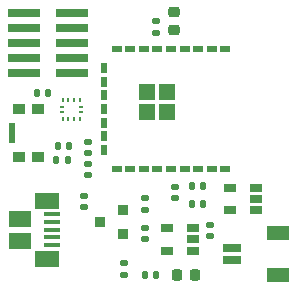
<source format=gtp>
G04 #@! TF.GenerationSoftware,KiCad,Pcbnew,(6.0.11)*
G04 #@! TF.CreationDate,2023-05-05T12:53:29-03:00*
G04 #@! TF.ProjectId,HappyFeet,48617070-7946-4656-9574-2e6b69636164,V0.7*
G04 #@! TF.SameCoordinates,Original*
G04 #@! TF.FileFunction,Paste,Top*
G04 #@! TF.FilePolarity,Positive*
%FSLAX46Y46*%
G04 Gerber Fmt 4.6, Leading zero omitted, Abs format (unit mm)*
G04 Created by KiCad (PCBNEW (6.0.11)) date 2023-05-05 12:53:29*
%MOMM*%
%LPD*%
G01*
G04 APERTURE LIST*
G04 Aperture macros list*
%AMRoundRect*
0 Rectangle with rounded corners*
0 $1 Rounding radius*
0 $2 $3 $4 $5 $6 $7 $8 $9 X,Y pos of 4 corners*
0 Add a 4 corners polygon primitive as box body*
4,1,4,$2,$3,$4,$5,$6,$7,$8,$9,$2,$3,0*
0 Add four circle primitives for the rounded corners*
1,1,$1+$1,$2,$3*
1,1,$1+$1,$4,$5*
1,1,$1+$1,$6,$7*
1,1,$1+$1,$8,$9*
0 Add four rect primitives between the rounded corners*
20,1,$1+$1,$2,$3,$4,$5,0*
20,1,$1+$1,$4,$5,$6,$7,0*
20,1,$1+$1,$6,$7,$8,$9,0*
20,1,$1+$1,$8,$9,$2,$3,0*%
G04 Aperture macros list end*
%ADD10RoundRect,0.147500X0.147500X0.172500X-0.147500X0.172500X-0.147500X-0.172500X0.147500X-0.172500X0*%
%ADD11RoundRect,0.147500X-0.147500X-0.172500X0.147500X-0.172500X0.147500X0.172500X-0.147500X0.172500X0*%
%ADD12RoundRect,0.147500X-0.172500X0.147500X-0.172500X-0.147500X0.172500X-0.147500X0.172500X0.147500X0*%
%ADD13RoundRect,0.147500X0.172500X-0.147500X0.172500X0.147500X-0.172500X0.147500X-0.172500X-0.147500X0*%
%ADD14R,1.549400X0.660400*%
%ADD15R,1.905000X1.295400*%
%ADD16R,0.990600X0.889000*%
%ADD17R,0.558800X1.701800*%
%ADD18R,1.060000X0.650000*%
%ADD19RoundRect,0.218750X0.256250X-0.218750X0.256250X0.218750X-0.256250X0.218750X-0.256250X-0.218750X0*%
%ADD20RoundRect,0.218750X0.218750X0.256250X-0.218750X0.256250X-0.218750X-0.256250X0.218750X-0.256250X0*%
%ADD21R,0.279400X0.304800*%
%ADD22R,0.304800X0.279400*%
%ADD23R,1.383000X1.383000*%
%ADD24R,0.889000X0.609600*%
%ADD25R,0.609600X0.889000*%
%ADD26R,0.889000X0.812800*%
%ADD27R,1.371600X0.457200*%
%ADD28R,2.108200X1.473200*%
%ADD29R,1.905000X1.371600*%
%ADD30R,2.790000X0.740000*%
G04 APERTURE END LIST*
D10*
G04 #@! TO.C,C3*
X103855000Y-78070000D03*
X102885000Y-78070000D03*
G04 #@! TD*
D11*
G04 #@! TO.C,C15*
X104635000Y-82620000D03*
X105605000Y-82620000D03*
G04 #@! TD*
D12*
G04 #@! TO.C,C18*
X112000000Y-89515000D03*
X112000000Y-90485000D03*
G04 #@! TD*
D13*
G04 #@! TO.C,C19*
X112000000Y-87985000D03*
X112000000Y-87015000D03*
G04 #@! TD*
D11*
G04 #@! TO.C,C22*
X116015000Y-86000000D03*
X116985000Y-86000000D03*
G04 #@! TD*
G04 #@! TO.C,C26*
X116015000Y-87500000D03*
X116985000Y-87500000D03*
G04 #@! TD*
D14*
G04 #@! TO.C,J3*
X119401500Y-92249999D03*
X119401500Y-91250001D03*
D15*
X123276501Y-89950001D03*
X123276501Y-93549999D03*
G04 #@! TD*
D13*
G04 #@! TO.C,R1*
X113000000Y-72985000D03*
X113000000Y-72015000D03*
G04 #@! TD*
D10*
G04 #@! TO.C,R3*
X105485000Y-83750000D03*
X104515000Y-83750000D03*
G04 #@! TD*
D16*
G04 #@! TO.C,SW1*
X102980001Y-79450002D03*
X101379999Y-79450002D03*
X102980001Y-83549998D03*
X101379999Y-83549998D03*
D17*
X100754999Y-81500000D03*
G04 #@! TD*
D18*
G04 #@! TO.C,U4*
X116100000Y-91450000D03*
X116100000Y-90500000D03*
X116100000Y-89550000D03*
X113900000Y-89550000D03*
X113900000Y-91450000D03*
G04 #@! TD*
D12*
G04 #@! TO.C,C24*
X114610000Y-86045000D03*
X114610000Y-87015000D03*
G04 #@! TD*
D19*
G04 #@! TO.C,D1*
X114500000Y-72787500D03*
X114500000Y-71212500D03*
G04 #@! TD*
D20*
G04 #@! TO.C,D3*
X116287500Y-93500000D03*
X114712500Y-93500000D03*
G04 #@! TD*
D13*
G04 #@! TO.C,R7*
X110250000Y-93485000D03*
X110250000Y-92515000D03*
G04 #@! TD*
D11*
G04 #@! TO.C,R6*
X112015000Y-93500000D03*
X112985000Y-93500000D03*
G04 #@! TD*
D18*
G04 #@! TO.C,U5*
X121400000Y-88050000D03*
X121400000Y-87100000D03*
X121400000Y-86150000D03*
X119200000Y-86150000D03*
X119200000Y-88050000D03*
G04 #@! TD*
D21*
G04 #@! TO.C,U2*
X105049999Y-80325500D03*
X105550000Y-80325500D03*
X106050000Y-80325500D03*
X106550001Y-80325500D03*
D22*
X106625500Y-79750000D03*
X106625500Y-79250000D03*
D21*
X106550001Y-78674500D03*
X106050000Y-78674500D03*
X105550000Y-78674500D03*
X105049999Y-78674500D03*
D22*
X104974500Y-79250000D03*
X104974500Y-79750000D03*
G04 #@! TD*
D13*
G04 #@! TO.C,C23*
X117500000Y-90235000D03*
X117500000Y-89265000D03*
G04 #@! TD*
D23*
G04 #@! TO.C,U1*
X113910022Y-79730000D03*
X113906212Y-78029900D03*
X112204412Y-79731700D03*
X112191712Y-78030000D03*
D24*
X118835118Y-74415000D03*
X117685117Y-74415000D03*
X116535117Y-74415000D03*
X115385117Y-74415000D03*
X114235117Y-74415000D03*
X113085116Y-74415000D03*
X111935116Y-74415000D03*
X110785116Y-74415000D03*
X109635116Y-74415000D03*
D25*
X108535512Y-76015009D03*
X108535512Y-77165010D03*
X108535512Y-78315010D03*
X108535512Y-79465010D03*
X108535512Y-80615010D03*
X108535512Y-81765011D03*
X108535512Y-82915011D03*
D24*
X109635116Y-84515000D03*
X110785116Y-84515000D03*
X111935116Y-84515000D03*
X113085116Y-84515000D03*
X114235117Y-84515000D03*
X115385117Y-84515000D03*
X116535117Y-84515000D03*
X117685117Y-84515000D03*
X118835118Y-84515000D03*
G04 #@! TD*
D13*
G04 #@! TO.C,R4*
X107200000Y-85085000D03*
X107200000Y-84115000D03*
G04 #@! TD*
G04 #@! TO.C,R8*
X107200000Y-83185000D03*
X107200000Y-82215000D03*
G04 #@! TD*
G04 #@! TO.C,R5*
X106900000Y-87755000D03*
X106900000Y-86785000D03*
G04 #@! TD*
D26*
G04 #@! TO.C,Z1*
X110154999Y-90064999D03*
X110154999Y-88015001D03*
X108265000Y-89040000D03*
G04 #@! TD*
D27*
G04 #@! TO.C,J1*
X104136394Y-90970000D03*
X104136394Y-90319999D03*
X104136394Y-89670000D03*
X104136394Y-89020001D03*
X104136394Y-88370000D03*
D28*
X103768100Y-87207501D03*
X103768100Y-92132499D03*
D29*
X101472300Y-88732500D03*
X101472300Y-90607500D03*
G04 #@! TD*
D30*
G04 #@! TO.C,J2*
X101750000Y-71364000D03*
X105820000Y-71364000D03*
X101750000Y-72634000D03*
X105820000Y-72634000D03*
X101750000Y-73904000D03*
X105820000Y-73904000D03*
X101750000Y-75174000D03*
X105820000Y-75174000D03*
X101750000Y-76444000D03*
X105820000Y-76444000D03*
G04 #@! TD*
M02*

</source>
